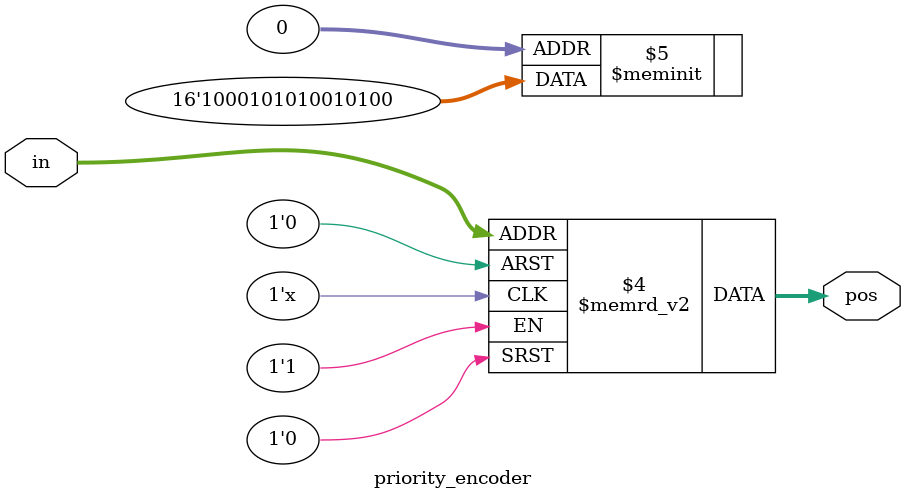
<source format=v>
module priority_encoder( 
input [2:0] in,
output reg [1:0] pos ); 
// When sel=1, assign b to out
always @(*) begin
case (in)
	3'b000: pos = 2'b00;	// nothing high
	3'b001: pos = 2'b01;	// first input is high
	3'b010: pos = 2'b01;	// second input is high
	3'b011: pos = 2'b10;	// both inputs are high
	3'b100: pos = 2'b10;	// second input is high
	3'b101: pos = 2'b10;	// both inputs are high
	3'b110: pos = 2'b00;	// nothing high
	3'b111: pos = 2'b10;	// both inputs are high
	default: pos = 2'b00;	// nothing high
endcase

end
endmodule

</source>
